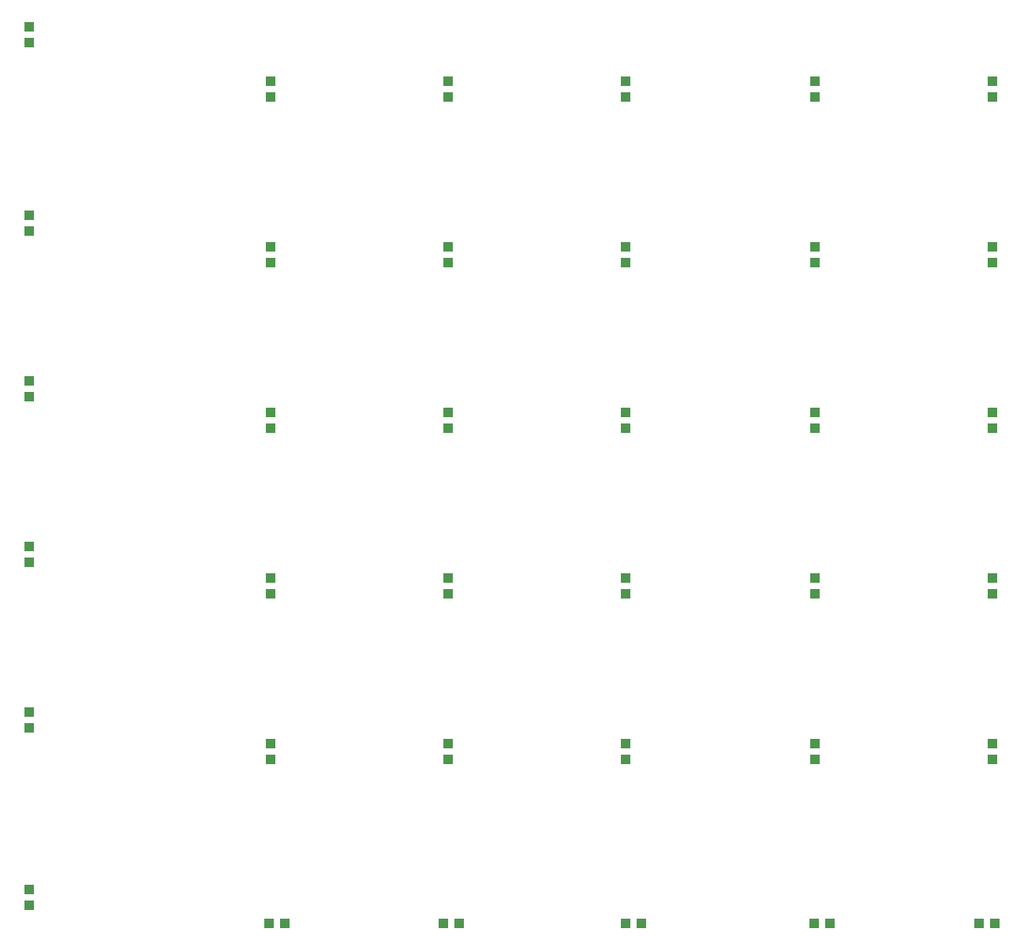
<source format=gtp>
G75*
%MOIN*%
%OFA0B0*%
%FSLAX25Y25*%
%IPPOS*%
%LPD*%
%AMOC8*
5,1,8,0,0,1.08239X$1,22.5*
%
%ADD10R,0.03937X0.04331*%
%ADD11R,0.04331X0.03937*%
D10*
X0206454Y0020800D03*
X0213146Y0020800D03*
X0280204Y0020800D03*
X0286896Y0020800D03*
X0357204Y0020800D03*
X0363896Y0020800D03*
X0436704Y0020800D03*
X0443396Y0020800D03*
X0506454Y0020800D03*
X0513146Y0020800D03*
D11*
X0105300Y0028454D03*
X0105300Y0035146D03*
X0105300Y0103454D03*
X0105300Y0110146D03*
X0105300Y0173454D03*
X0105300Y0180146D03*
X0105300Y0243454D03*
X0105300Y0250146D03*
X0105300Y0313454D03*
X0105300Y0320146D03*
X0105300Y0392954D03*
X0105300Y0399646D03*
X0207300Y0376646D03*
X0207300Y0369954D03*
X0282300Y0369954D03*
X0282300Y0376646D03*
X0357300Y0376646D03*
X0357300Y0369954D03*
X0437300Y0369954D03*
X0437300Y0376646D03*
X0512300Y0376646D03*
X0512300Y0369954D03*
X0512300Y0306646D03*
X0512300Y0299954D03*
X0437300Y0299954D03*
X0437300Y0306646D03*
X0357300Y0306646D03*
X0357300Y0299954D03*
X0282300Y0299954D03*
X0282300Y0306646D03*
X0207300Y0306646D03*
X0207300Y0299954D03*
X0207300Y0236646D03*
X0207300Y0229954D03*
X0282300Y0229954D03*
X0282300Y0236646D03*
X0357300Y0236646D03*
X0357300Y0229954D03*
X0437300Y0229954D03*
X0437300Y0236646D03*
X0512300Y0236646D03*
X0512300Y0229954D03*
X0512300Y0166646D03*
X0512300Y0159954D03*
X0437300Y0159954D03*
X0437300Y0166646D03*
X0357300Y0166646D03*
X0357300Y0159954D03*
X0282300Y0159954D03*
X0282300Y0166646D03*
X0207300Y0166646D03*
X0207300Y0159954D03*
X0207300Y0096646D03*
X0207300Y0089954D03*
X0282300Y0089954D03*
X0282300Y0096646D03*
X0357300Y0096646D03*
X0357300Y0089954D03*
X0437300Y0089954D03*
X0437300Y0096646D03*
X0512300Y0096646D03*
X0512300Y0089954D03*
M02*

</source>
